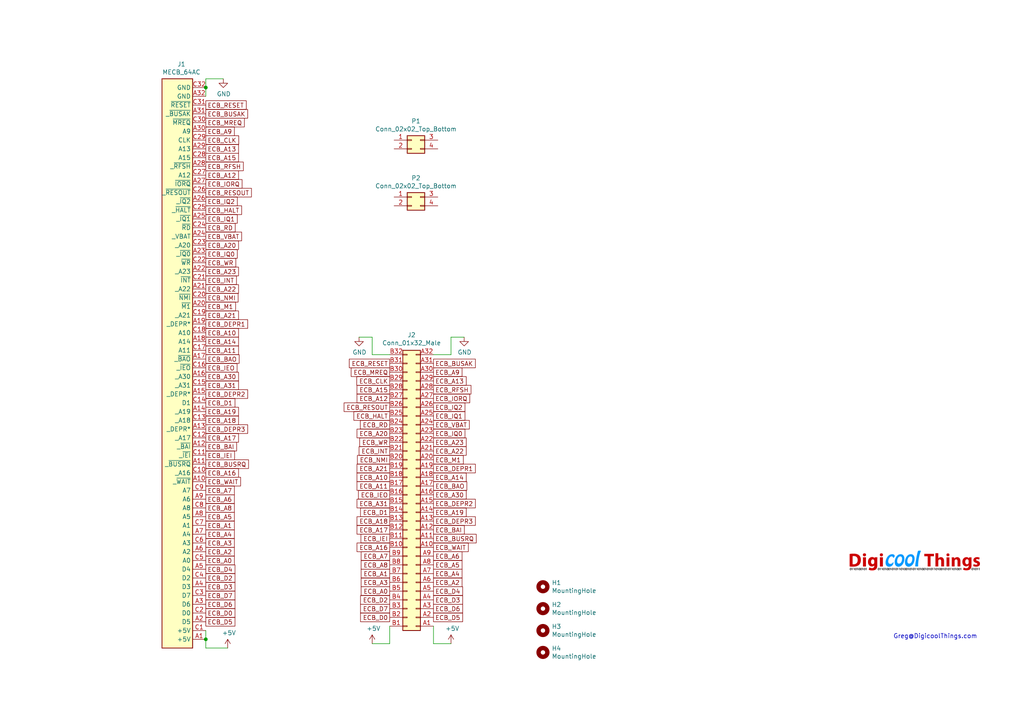
<source format=kicad_sch>
(kicad_sch (version 20230121) (generator eeschema)
  (paper "A4")
  (title_block (title "Minimalist Europe Card Bus (MECB) Prototype Board") (date "2021-10") (rev "1.0") (company "DigicoolThings.com") (comment 2 "For Minimalist Europe Card Bus (MECB). ") (comment 4 "Prototyping Board for Minimalist ECB"))
  (lib_symbols
    (symbol "Connector_Generic:Conn_02x02_Top_Bottom" (pin_names (offset 1.016) hide)
      (property "Reference" "J" (at 1.27 2.54 0))
      (property "Value" "Conn_02x02_Top_Bottom" (at 1.27 -5.08 0))
      (symbol "Conn_02x02_Top_Bottom_1_1"
        (rectangle (start -1.27 -2.413) (end 0 -2.667) (stroke (width 0.1524)))
        (rectangle (start -1.27 0.127) (end 0 -0.127) (stroke (width 0.1524)))
        (rectangle (start -1.27 1.27) (end 3.81 -3.81) (stroke (width 0.254)) (fill (type background)))
        (rectangle (start 3.81 -2.413) (end 2.54 -2.667) (stroke (width 0.1524)))
        (rectangle (start 3.81 0.127) (end 2.54 -0.127) (stroke (width 0.1524)))
        (pin passive line (at -5.08 0 0) (length 3.81) (name "Pin_1") (number "1"))
        (pin passive line (at -5.08 -2.54 0) (length 3.81) (name "Pin_2") (number "2"))
        (pin passive line (at 7.62 0 180) (length 3.81) (name "Pin_3") (number "3"))
        (pin passive line (at 7.62 -2.54 180) (length 3.81) (name "Pin_4") (number "4"))
      )
    )
    (symbol "Mechanical:MountingHole" (pin_names (offset 1.016))
      (property "Reference" "H" (at 0 5.08 0))
      (property "Value" "MountingHole" (at 0 3.175 0))
      (symbol "MountingHole_0_1"
        (circle (center 0 0) (radius 1.27) (stroke (width 1.27)))
      )
    )
    (symbol "MyCustomSymbolLibrary:Conn_02x32_A1_B32" (pin_names (offset 1.016) hide)
      (property "Reference" "J" (at 1.27 40.64 0))
      (property "Value" "Conn_02x32_A1_B32" (at 1.27 -43.18 0))
      (symbol "Conn_02x32_A1_B32_1_1"
        (rectangle (start -1.27 -40.513) (end 0 -40.767) (stroke (width 0.1524)))
        (rectangle (start -1.27 -37.973) (end 0 -38.227) (stroke (width 0.1524)))
        (rectangle (start -1.27 -35.433) (end 0 -35.687) (stroke (width 0.1524)))
        (rectangle (start -1.27 -32.893) (end 0 -33.147) (stroke (width 0.1524)))
        (rectangle (start -1.27 -30.353) (end 0 -30.607) (stroke (width 0.1524)))
        (rectangle (start -1.27 -27.813) (end 0 -28.067) (stroke (width 0.1524)))
        (rectangle (start -1.27 -25.273) (end 0 -25.527) (stroke (width 0.1524)))
        (rectangle (start -1.27 -22.733) (end 0 -22.987) (stroke (width 0.1524)))
        (rectangle (start -1.27 -20.193) (end 0 -20.447) (stroke (width 0.1524)))
        (rectangle (start -1.27 -17.653) (end 0 -17.907) (stroke (width 0.1524)))
        (rectangle (start -1.27 -15.113) (end 0 -15.367) (stroke (width 0.1524)))
        (rectangle (start -1.27 -12.573) (end 0 -12.827) (stroke (width 0.1524)))
        (rectangle (start -1.27 -10.033) (end 0 -10.287) (stroke (width 0.1524)))
        (rectangle (start -1.27 -7.493) (end 0 -7.747) (stroke (width 0.1524)))
        (rectangle (start -1.27 -4.953) (end 0 -5.207) (stroke (width 0.1524)))
        (rectangle (start -1.27 -2.413) (end 0 -2.667) (stroke (width 0.1524)))
        (rectangle (start -1.27 0.127) (end 0 -0.127) (stroke (width 0.1524)))
        (rectangle (start -1.27 2.667) (end 0 2.413) (stroke (width 0.1524)))
        (rectangle (start -1.27 5.207) (end 0 4.953) (stroke (width 0.1524)))
        (rectangle (start -1.27 7.747) (end 0 7.493) (stroke (width 0.1524)))
        (rectangle (start -1.27 10.287) (end 0 10.033) (stroke (width 0.1524)))
        (rectangle (start -1.27 12.827) (end 0 12.573) (stroke (width 0.1524)))
        (rectangle (start -1.27 15.367) (end 0 15.113) (stroke (width 0.1524)))
        (rectangle (start -1.27 17.907) (end 0 17.653) (stroke (width 0.1524)))
        (rectangle (start -1.27 20.447) (end 0 20.193) (stroke (width 0.1524)))
        (rectangle (start -1.27 22.987) (end 0 22.733) (stroke (width 0.1524)))
        (rectangle (start -1.27 25.527) (end 0 25.273) (stroke (width 0.1524)))
        (rectangle (start -1.27 28.067) (end 0 27.813) (stroke (width 0.1524)))
        (rectangle (start -1.27 30.607) (end 0 30.353) (stroke (width 0.1524)))
        (rectangle (start -1.27 33.147) (end 0 32.893) (stroke (width 0.1524)))
        (rectangle (start -1.27 35.687) (end 0 35.433) (stroke (width 0.1524)))
        (rectangle (start -1.27 38.227) (end 0 37.973) (stroke (width 0.1524)))
        (rectangle (start -1.27 39.37) (end 3.81 -41.91) (stroke (width 0.254)) (fill (type background)))
        (rectangle (start 3.81 -40.513) (end 2.54 -40.767) (stroke (width 0.1524)))
        (rectangle (start 3.81 -37.973) (end 2.54 -38.227) (stroke (width 0.1524)))
        (rectangle (start 3.81 -35.433) (end 2.54 -35.687) (stroke (width 0.1524)))
        (rectangle (start 3.81 -32.893) (end 2.54 -33.147) (stroke (width 0.1524)))
        (rectangle (start 3.81 -30.353) (end 2.54 -30.607) (stroke (width 0.1524)))
        (rectangle (start 3.81 -27.813) (end 2.54 -28.067) (stroke (width 0.1524)))
        (rectangle (start 3.81 -25.273) (end 2.54 -25.527) (stroke (width 0.1524)))
        (rectangle (start 3.81 -22.733) (end 2.54 -22.987) (stroke (width 0.1524)))
        (rectangle (start 3.81 -20.193) (end 2.54 -20.447) (stroke (width 0.1524)))
        (rectangle (start 3.81 -17.653) (end 2.54 -17.907) (stroke (width 0.1524)))
        (rectangle (start 3.81 -15.113) (end 2.54 -15.367) (stroke (width 0.1524)))
        (rectangle (start 3.81 -12.573) (end 2.54 -12.827) (stroke (width 0.1524)))
        (rectangle (start 3.81 -10.033) (end 2.54 -10.287) (stroke (width 0.1524)))
        (rectangle (start 3.81 -7.493) (end 2.54 -7.747) (stroke (width 0.1524)))
        (rectangle (start 3.81 -4.953) (end 2.54 -5.207) (stroke (width 0.1524)))
        (rectangle (start 3.81 -2.413) (end 2.54 -2.667) (stroke (width 0.1524)))
        (rectangle (start 3.81 0.127) (end 2.54 -0.127) (stroke (width 0.1524)))
        (rectangle (start 3.81 2.667) (end 2.54 2.413) (stroke (width 0.1524)))
        (rectangle (start 3.81 5.207) (end 2.54 4.953) (stroke (width 0.1524)))
        (rectangle (start 3.81 7.747) (end 2.54 7.493) (stroke (width 0.1524)))
        (rectangle (start 3.81 10.287) (end 2.54 10.033) (stroke (width 0.1524)))
        (rectangle (start 3.81 12.827) (end 2.54 12.573) (stroke (width 0.1524)))
        (rectangle (start 3.81 15.367) (end 2.54 15.113) (stroke (width 0.1524)))
        (rectangle (start 3.81 17.907) (end 2.54 17.653) (stroke (width 0.1524)))
        (rectangle (start 3.81 20.447) (end 2.54 20.193) (stroke (width 0.1524)))
        (rectangle (start 3.81 22.987) (end 2.54 22.733) (stroke (width 0.1524)))
        (rectangle (start 3.81 25.527) (end 2.54 25.273) (stroke (width 0.1524)))
        (rectangle (start 3.81 28.067) (end 2.54 27.813) (stroke (width 0.1524)))
        (rectangle (start 3.81 30.607) (end 2.54 30.353) (stroke (width 0.1524)))
        (rectangle (start 3.81 33.147) (end 2.54 32.893) (stroke (width 0.1524)))
        (rectangle (start 3.81 35.687) (end 2.54 35.433) (stroke (width 0.1524)))
        (rectangle (start 3.81 38.227) (end 2.54 37.973) (stroke (width 0.1524)))
        (pin passive line (at -5.08 38.1 0) (length 3.81) (name "A1") (number "A1"))
        (pin passive line (at -5.08 15.24 0) (length 3.81) (name "A10") (number "A10"))
        (pin passive line (at -5.08 12.7 0) (length 3.81) (name "A11") (number "A11"))
        (pin passive line (at -5.08 10.16 0) (length 3.81) (name "A12") (number "A12"))
        (pin passive line (at -5.08 7.62 0) (length 3.81) (name "A13") (number "A13"))
        (pin passive line (at -5.08 5.08 0) (length 3.81) (name "A14") (number "A14"))
        (pin passive line (at -5.08 2.54 0) (length 3.81) (name "A15") (number "A15"))
        (pin passive line (at -5.08 0 0) (length 3.81) (name "A16") (number "A16"))
        (pin passive line (at -5.08 -2.54 0) (length 3.81) (name "A17") (number "A17"))
        (pin passive line (at -5.08 -5.08 0) (length 3.81) (name "A18") (number "A18"))
        (pin passive line (at -5.08 -7.62 0) (length 3.81) (name "A19") (number "A19"))
        (pin passive line (at -5.08 35.56 0) (length 3.81) (name "A2") (number "A2"))
        (pin passive line (at -5.08 -10.16 0) (length 3.81) (name "A20") (number "A20"))
        (pin passive line (at -5.08 -12.7 0) (length 3.81) (name "A21") (number "A21"))
        (pin passive line (at -5.08 -15.24 0) (length 3.81) (name "A22") (number "A22"))
        (pin passive line (at -5.08 -17.78 0) (length 3.81) (name "A23") (number "A23"))
        (pin passive line (at -5.08 -20.32 0) (length 3.81) (name "A24") (number "A24"))
        (pin passive line (at -5.08 -22.86 0) (length 3.81) (name "A25") (number "A25"))
        (pin passive line (at -5.08 -25.4 0) (length 3.81) (name "A26") (number "A26"))
        (pin passive line (at -5.08 -27.94 0) (length 3.81) (name "A27") (number "A27"))
        (pin passive line (at -5.08 -30.48 0) (length 3.81) (name "A28") (number "A28"))
        (pin passive line (at -5.08 -33.02 0) (length 3.81) (name "A29") (number "A29"))
        (pin passive line (at -5.08 33.02 0) (length 3.81) (name "A3") (number "A3"))
        (pin passive line (at -5.08 -35.56 0) (length 3.81) (name "A30") (number "A30"))
        (pin passive line (at -5.08 -38.1 0) (length 3.81) (name "A31") (number "A31"))
        (pin passive line (at -5.08 -40.64 0) (length 3.81) (name "A32") (number "A32"))
        (pin passive line (at -5.08 30.48 0) (length 3.81) (name "A4") (number "A4"))
        (pin passive line (at -5.08 27.94 0) (length 3.81) (name "A5") (number "A5"))
        (pin passive line (at -5.08 25.4 0) (length 3.81) (name "A6") (number "A6"))
        (pin passive line (at -5.08 22.86 0) (length 3.81) (name "A7") (number "A7"))
        (pin passive line (at -5.08 20.32 0) (length 3.81) (name "A8") (number "A8"))
        (pin passive line (at -5.08 17.78 0) (length 3.81) (name "A9") (number "A9"))
        (pin passive line (at 7.62 38.1 180) (length 3.81) (name "B1") (number "B1"))
        (pin passive line (at 7.62 15.24 180) (length 3.81) (name "B10") (number "B10"))
        (pin passive line (at 7.62 12.7 180) (length 3.81) (name "B11") (number "B11"))
        (pin passive line (at 7.62 10.16 180) (length 3.81) (name "B12") (number "B12"))
        (pin passive line (at 7.62 7.62 180) (length 3.81) (name "B13") (number "B13"))
        (pin passive line (at 7.62 5.08 180) (length 3.81) (name "B14") (number "B14"))
        (pin passive line (at 7.62 2.54 180) (length 3.81) (name "B15") (number "B15"))
        (pin passive line (at 7.62 0 180) (length 3.81) (name "B16") (number "B16"))
        (pin passive line (at 7.62 -2.54 180) (length 3.81) (name "B17") (number "B17"))
        (pin passive line (at 7.62 -5.08 180) (length 3.81) (name "B18") (number "B18"))
        (pin passive line (at 7.62 -7.62 180) (length 3.81) (name "B19") (number "B19"))
        (pin passive line (at 7.62 35.56 180) (length 3.81) (name "B2") (number "B2"))
        (pin passive line (at 7.62 -10.16 180) (length 3.81) (name "B20") (number "B20"))
        (pin passive line (at 7.62 -12.7 180) (length 3.81) (name "B21") (number "B21"))
        (pin passive line (at 7.62 -15.24 180) (length 3.81) (name "B22") (number "B22"))
        (pin passive line (at 7.62 -17.78 180) (length 3.81) (name "B23") (number "B23"))
        (pin passive line (at 7.62 -20.32 180) (length 3.81) (name "B24") (number "B24"))
        (pin passive line (at 7.62 -22.86 180) (length 3.81) (name "B25") (number "B25"))
        (pin passive line (at 7.62 -25.4 180) (length 3.81) (name "B26") (number "B26"))
        (pin passive line (at 7.62 -27.94 180) (length 3.81) (name "B27") (number "B27"))
        (pin passive line (at 7.62 -30.48 180) (length 3.81) (name "B28") (number "B28"))
        (pin passive line (at 7.62 -33.02 180) (length 3.81) (name "B29") (number "B29"))
        (pin passive line (at 7.62 33.02 180) (length 3.81) (name "B3") (number "B3"))
        (pin passive line (at 7.62 -35.56 180) (length 3.81) (name "B30") (number "B30"))
        (pin passive line (at 7.62 -38.1 180) (length 3.81) (name "B31") (number "B31"))
        (pin passive line (at 7.62 -40.64 180) (length 3.81) (name "B32") (number "B32"))
        (pin passive line (at 7.62 30.48 180) (length 3.81) (name "B4") (number "B4"))
        (pin passive line (at 7.62 27.94 180) (length 3.81) (name "B5") (number "B5"))
        (pin passive line (at 7.62 25.4 180) (length 3.81) (name "B6") (number "B6"))
        (pin passive line (at 7.62 22.86 180) (length 3.81) (name "B7") (number "B7"))
        (pin passive line (at 7.62 20.32 180) (length 3.81) (name "B8") (number "B8"))
        (pin passive line (at 7.62 17.78 180) (length 3.81) (name "B9") (number "B9"))
      )
    )
    (symbol "MyCustomSymbolLibrary:MECB_64AC"
      (property "Reference" "J" (at 0 85.09 0))
      (property "Value" "MECB_64AC" (at 6.35 1.27 90))
      (symbol "MECB_64AC_0_1"
        (rectangle (start -3.81 -81.28) (end 5.08 83.82) (stroke (width 0.254)) (fill (type background)))
      )
      (symbol "MECB_64AC_1_1"
        (pin power_out line (at -7.62 81.28 0) (length 3.81) (name "+5V") (number "A1"))
        (pin passive line (at -7.62 35.56 0) (length 3.81) (name "_~{WAIT}") (number "A10"))
        (pin passive line (at -7.62 30.48 0) (length 3.81) (name "_~{BUSRQ}") (number "A11"))
        (pin passive line (at -7.62 25.4 0) (length 3.81) (name "_~{BAI}") (number "A12"))
        (pin passive line (at -7.62 20.32 0) (length 3.81) (name "_DEPR*") (number "A13"))
        (pin passive line (at -7.62 15.24 0) (length 3.81) (name "_A19") (number "A14"))
        (pin passive line (at -7.62 10.16 0) (length 3.81) (name "_DEPR*") (number "A15"))
        (pin passive line (at -7.62 5.08 0) (length 3.81) (name "_A30") (number "A16"))
        (pin passive line (at -7.62 0 0) (length 3.81) (name "_~{BAO}") (number "A17"))
        (pin passive line (at -7.62 -5.08 0) (length 3.81) (name "A14") (number "A18"))
        (pin passive line (at -7.62 -10.16 0) (length 3.81) (name "_DEPR*") (number "A19"))
        (pin bidirectional line (at -7.62 76.2 0) (length 3.81) (name "D5") (number "A2"))
        (pin passive line (at -7.62 -15.24 0) (length 3.81) (name "~{M1}") (number "A20"))
        (pin passive line (at -7.62 -20.32 0) (length 3.81) (name "_A22") (number "A21"))
        (pin passive line (at -7.62 -25.4 0) (length 3.81) (name "_A23") (number "A22"))
        (pin passive line (at -7.62 -30.48 0) (length 3.81) (name "_~{IQ0}") (number "A23"))
        (pin passive line (at -7.62 -35.56 0) (length 3.81) (name "_VBAT") (number "A24"))
        (pin passive line (at -7.62 -40.64 0) (length 3.81) (name "_~{IQ1}") (number "A25"))
        (pin passive line (at -7.62 -45.72 0) (length 3.81) (name "_~{IQ2}") (number "A26"))
        (pin passive line (at -7.62 -50.8 0) (length 3.81) (name "~{IORQ}") (number "A27"))
        (pin passive line (at -7.62 -55.88 0) (length 3.81) (name "_~{RFSH}") (number "A28"))
        (pin passive line (at -7.62 -60.96 0) (length 3.81) (name "A13") (number "A29"))
        (pin bidirectional line (at -7.62 71.12 0) (length 3.81) (name "D6") (number "A3"))
        (pin passive line (at -7.62 -66.04 0) (length 3.81) (name "A9") (number "A30"))
        (pin passive line (at -7.62 -71.12 0) (length 3.81) (name "_~{BUSAK}") (number "A31"))
        (pin power_out line (at -7.62 -76.2 0) (length 3.81) (name "GND") (number "A32"))
        (pin bidirectional line (at -7.62 66.04 0) (length 3.81) (name "D3") (number "A4"))
        (pin bidirectional line (at -7.62 60.96 0) (length 3.81) (name "D4") (number "A5"))
        (pin passive line (at -7.62 55.88 0) (length 3.81) (name "A2") (number "A6"))
        (pin passive line (at -7.62 50.8 0) (length 3.81) (name "A4") (number "A7"))
        (pin passive line (at -7.62 45.72 0) (length 3.81) (name "A5") (number "A8"))
        (pin passive line (at -7.62 40.64 0) (length 3.81) (name "A6") (number "A9"))
        (pin power_out line (at -7.62 78.74 0) (length 3.81) (name "+5V") (number "C1"))
        (pin passive line (at -7.62 33.02 0) (length 3.81) (name "_A16") (number "C10"))
        (pin passive line (at -7.62 27.94 0) (length 3.81) (name "_~{IEI}") (number "C11"))
        (pin passive line (at -7.62 22.86 0) (length 3.81) (name "_A17") (number "C12"))
        (pin passive line (at -7.62 17.78 0) (length 3.81) (name "_A18") (number "C13"))
        (pin bidirectional line (at -7.62 12.7 0) (length 3.81) (name "D1") (number "C14"))
        (pin passive line (at -7.62 7.62 0) (length 3.81) (name "_A31") (number "C15"))
        (pin passive line (at -7.62 2.54 0) (length 3.81) (name "_~{IEO}") (number "C16"))
        (pin passive line (at -7.62 -2.54 0) (length 3.81) (name "A11") (number "C17"))
        (pin passive line (at -7.62 -7.62 0) (length 3.81) (name "A10") (number "C18"))
        (pin passive line (at -7.62 -12.7 0) (length 3.81) (name "_A21") (number "C19"))
        (pin bidirectional line (at -7.62 73.66 0) (length 3.81) (name "D0") (number "C2"))
        (pin passive line (at -7.62 -17.78 0) (length 3.81) (name "~{NMI}") (number "C20"))
        (pin passive line (at -7.62 -22.86 0) (length 3.81) (name "~{INT}") (number "C21"))
        (pin passive line (at -7.62 -27.94 0) (length 3.81) (name "~{WR}") (number "C22"))
        (pin passive line (at -7.62 -33.02 0) (length 3.81) (name "_A20") (number "C23"))
        (pin passive line (at -7.62 -38.1 0) (length 3.81) (name "~{RD}") (number "C24"))
        (pin passive line (at -7.62 -43.18 0) (length 3.81) (name "_~{HALT}") (number "C25"))
        (pin passive line (at -7.62 -48.26 0) (length 3.81) (name "_~{RESOUT}") (number "C26"))
        (pin passive line (at -7.62 -53.34 0) (length 3.81) (name "A12") (number "C27"))
        (pin passive line (at -7.62 -58.42 0) (length 3.81) (name "A15") (number "C28"))
        (pin passive line (at -7.62 -63.5 0) (length 3.81) (name "CLK") (number "C29"))
        (pin bidirectional line (at -7.62 68.58 0) (length 3.81) (name "D7") (number "C3"))
        (pin passive line (at -7.62 -68.58 0) (length 3.81) (name "~{MREQ}") (number "C30"))
        (pin passive line (at -7.62 -73.66 0) (length 3.81) (name "~{RESET}") (number "C31"))
        (pin power_out line (at -7.62 -78.74 0) (length 3.81) (name "GND") (number "C32"))
        (pin bidirectional line (at -7.62 63.5 0) (length 3.81) (name "D2") (number "C4"))
        (pin passive line (at -7.62 58.42 0) (length 3.81) (name "A0") (number "C5"))
        (pin passive line (at -7.62 53.34 0) (length 3.81) (name "A3") (number "C6"))
        (pin passive line (at -7.62 48.26 0) (length 3.81) (name "A1") (number "C7"))
        (pin passive line (at -7.62 43.18 0) (length 3.81) (name "A8") (number "C8"))
        (pin passive line (at -7.62 38.1 0) (length 3.81) (name "A7") (number "C9"))
      )
    )
    (symbol "power:+5V" (power) (pin_names (offset 0))
      (property "Value" "+5V" (at 0 3.556 0))
      (symbol "+5V_0_1"
        (polyline (pts (xy -0.762 1.27) (xy 0 2.54)))
        (polyline (pts (xy 0 0) (xy 0 2.54)))
        (polyline (pts (xy 0 2.54) (xy 0.762 1.27)))
      )
      (symbol "+5V_1_1"
        (pin power_in line (at 0 0 90) (length 0) hide (name "+5V") (number "1"))
      )
    )
    (symbol "power:GND" (power) (pin_names (offset 0))
      (property "Value" "GND" (at 0 -3.81 0))
      (symbol "GND_0_1"
        (polyline (pts (xy 0 0) (xy 0 -1.27) (xy 1.27 -1.27) (xy 0 -2.54) (xy -1.27 -1.27) (xy 0 -1.27)))
      )
      (symbol "GND_1_1"
        (pin power_in line (at 0 0 270) (length 0) hide (name "GND") (number "1"))
      )
    )
  )
  (junction (at 59.69 25.4))
  (junction (at 59.69 185.42))
  (wire (pts (xy 113.03 102.87) (xy 107.95 102.87)))
  (wire (pts (xy 107.95 97.79) (xy 107.95 102.87)))
  (wire (pts (xy 107.95 97.79) (xy 104.14 97.79)))
  (wire (pts (xy 113.03 186.69) (xy 107.95 186.69)))
  (wire (pts (xy 125.73 102.87) (xy 130.81 102.87)))
  (wire (pts (xy 125.73 181.61) (xy 125.73 186.69)))
  (wire (pts (xy 59.69 25.4) (xy 59.69 27.94)))
  (wire (pts (xy 59.69 187.96) (xy 66.04 187.96)))
  (wire (pts (xy 130.81 97.79) (xy 134.62 97.79)))
  (wire (pts (xy 59.69 185.42) (xy 59.69 182.88)))
  (wire (pts (xy 130.81 97.79) (xy 130.81 102.87)))
  (wire (pts (xy 125.73 186.69) (xy 130.81 186.69)))
  (wire (pts (xy 59.69 22.86) (xy 59.69 25.4)))
  (wire (pts (xy 113.03 181.61) (xy 113.03 186.69)))
  (wire (pts (xy 64.77 22.86) (xy 59.69 22.86)))
  (wire (pts (xy 59.69 187.96) (xy 59.69 185.42)))
  (image (at 265.43 162.56))
  (text "Greg@DigicoolThings.com" (at 259.08 185.42 0) (effects (font (size 1.27 1.27)) (justify left bottom)))
  (global_label "ECB_DEPR2" (shape passive) (at 125.73 146.05 0) (property "Intersheetrefs" "${INTERSHEET_REFS}" (effects hide)))
  (global_label "ECB_A3" (shape passive) (at 59.69 157.48 0) (property "Intersheetrefs" "${INTERSHEET_REFS}" (effects hide)))
  (global_label "ECB_A4" (shape passive) (at 59.69 154.94 0) (property "Intersheetrefs" "${INTERSHEET_REFS}" (effects hide)))
  (global_label "ECB_D1" (shape passive) (at 113.03 148.59 180) (property "Intersheetrefs" "${INTERSHEET_REFS}" (effects hide)))
  (global_label "ECB_A17" (shape passive) (at 59.69 127 0) (property "Intersheetrefs" "${INTERSHEET_REFS}" (effects hide)))
  (global_label "ECB_D0" (shape passive) (at 59.69 177.8 0) (property "Intersheetrefs" "${INTERSHEET_REFS}" (effects hide)))
  (global_label "ECB_BUSAK" (shape passive) (at 59.69 33.02 0) (property "Intersheetrefs" "${INTERSHEET_REFS}" (effects hide)))
  (global_label "ECB_A6" (shape passive) (at 59.69 144.78 0) (property "Intersheetrefs" "${INTERSHEET_REFS}" (effects hide)))
  (global_label "ECB_A0" (shape passive) (at 113.03 171.45 180) (property "Intersheetrefs" "${INTERSHEET_REFS}" (effects hide)))
  (global_label "ECB_A15" (shape passive) (at 59.69 45.72 0) (property "Intersheetrefs" "${INTERSHEET_REFS}" (effects hide)))
  (global_label "ECB_RESET" (shape passive) (at 59.69 30.48 0) (property "Intersheetrefs" "${INTERSHEET_REFS}" (effects hide)))
  (global_label "ECB_A22" (shape passive) (at 125.73 130.81 0) (property "Intersheetrefs" "${INTERSHEET_REFS}" (effects hide)))
  (global_label "ECB_A20" (shape passive) (at 59.69 71.12 0) (property "Intersheetrefs" "${INTERSHEET_REFS}" (effects hide)))
  (global_label "ECB_A21" (shape passive) (at 59.69 91.44 0) (property "Intersheetrefs" "${INTERSHEET_REFS}" (effects hide)))
  (global_label "ECB_A19" (shape passive) (at 125.73 148.59 0) (property "Intersheetrefs" "${INTERSHEET_REFS}" (effects hide)))
  (global_label "ECB_RD" (shape passive) (at 59.69 66.04 0) (property "Intersheetrefs" "${INTERSHEET_REFS}" (effects hide)))
  (global_label "ECB_M1" (shape passive) (at 59.69 88.9 0) (property "Intersheetrefs" "${INTERSHEET_REFS}" (effects hide)))
  (global_label "ECB_WAIT" (shape passive) (at 125.73 158.75 0) (property "Intersheetrefs" "${INTERSHEET_REFS}" (effects hide)))
  (global_label "ECB_CLK" (shape passive) (at 59.69 40.64 0) (property "Intersheetrefs" "${INTERSHEET_REFS}" (effects hide)))
  (global_label "ECB_INT" (shape passive) (at 113.03 130.81 180) (property "Intersheetrefs" "${INTERSHEET_REFS}" (effects hide)))
  (global_label "ECB_VBAT" (shape passive) (at 59.69 68.58 0) (property "Intersheetrefs" "${INTERSHEET_REFS}" (effects hide)))
  (global_label "ECB_DEPR1" (shape passive) (at 125.73 135.89 0) (property "Intersheetrefs" "${INTERSHEET_REFS}" (effects hide)))
  (global_label "ECB_A20" (shape passive) (at 113.03 125.73 180) (property "Intersheetrefs" "${INTERSHEET_REFS}" (effects hide)))
  (global_label "ECB_BAO" (shape passive) (at 59.69 104.14 0) (property "Intersheetrefs" "${INTERSHEET_REFS}" (effects hide)))
  (global_label "ECB_D6" (shape passive) (at 59.69 175.26 0) (property "Intersheetrefs" "${INTERSHEET_REFS}" (effects hide)))
  (global_label "ECB_HALT" (shape passive) (at 59.69 60.96 0) (property "Intersheetrefs" "${INTERSHEET_REFS}" (effects hide)))
  (global_label "ECB_A7" (shape passive) (at 59.69 142.24 0) (property "Intersheetrefs" "${INTERSHEET_REFS}" (effects hide)))
  (global_label "ECB_NMI" (shape passive) (at 113.03 133.35 180) (property "Intersheetrefs" "${INTERSHEET_REFS}" (effects hide)))
  (global_label "ECB_IQ0" (shape passive) (at 125.73 125.73 0) (property "Intersheetrefs" "${INTERSHEET_REFS}" (effects hide)))
  (global_label "ECB_A19" (shape passive) (at 59.69 119.38 0) (property "Intersheetrefs" "${INTERSHEET_REFS}" (effects hide)))
  (global_label "ECB_D5" (shape passive) (at 125.73 179.07 0) (property "Intersheetrefs" "${INTERSHEET_REFS}" (effects hide)))
  (global_label "ECB_A10" (shape passive) (at 113.03 138.43 180) (property "Intersheetrefs" "${INTERSHEET_REFS}" (effects hide)))
  (global_label "ECB_DEPR1" (shape passive) (at 59.69 93.98 0) (property "Intersheetrefs" "${INTERSHEET_REFS}" (effects hide)))
  (global_label "ECB_DEPR3" (shape passive) (at 59.69 124.46 0) (property "Intersheetrefs" "${INTERSHEET_REFS}" (effects hide)))
  (global_label "ECB_IORQ" (shape passive) (at 59.69 53.34 0) (property "Intersheetrefs" "${INTERSHEET_REFS}" (effects hide)))
  (global_label "ECB_A30" (shape passive) (at 59.69 109.22 0) (property "Intersheetrefs" "${INTERSHEET_REFS}" (effects hide)))
  (global_label "ECB_WR" (shape passive) (at 59.69 76.2 0) (property "Intersheetrefs" "${INTERSHEET_REFS}" (effects hide)))
  (global_label "ECB_D4" (shape passive) (at 59.69 165.1 0) (property "Intersheetrefs" "${INTERSHEET_REFS}" (effects hide)))
  (global_label "ECB_IEI" (shape passive) (at 59.69 132.08 0) (property "Intersheetrefs" "${INTERSHEET_REFS}" (effects hide)))
  (global_label "ECB_A12" (shape passive) (at 59.69 50.8 0) (property "Intersheetrefs" "${INTERSHEET_REFS}" (effects hide)))
  (global_label "ECB_D4" (shape passive) (at 125.73 171.45 0) (property "Intersheetrefs" "${INTERSHEET_REFS}" (effects hide)))
  (global_label "ECB_D3" (shape passive) (at 59.69 170.18 0) (property "Intersheetrefs" "${INTERSHEET_REFS}" (effects hide)))
  (global_label "ECB_D2" (shape passive) (at 59.69 167.64 0) (property "Intersheetrefs" "${INTERSHEET_REFS}" (effects hide)))
  (global_label "ECB_WR" (shape passive) (at 113.03 128.27 180) (property "Intersheetrefs" "${INTERSHEET_REFS}" (effects hide)))
  (global_label "ECB_A21" (shape passive) (at 113.03 135.89 180) (property "Intersheetrefs" "${INTERSHEET_REFS}" (effects hide)))
  (global_label "ECB_A3" (shape passive) (at 113.03 168.91 180) (property "Intersheetrefs" "${INTERSHEET_REFS}" (effects hide)))
  (global_label "ECB_INT" (shape passive) (at 59.69 81.28 0) (property "Intersheetrefs" "${INTERSHEET_REFS}" (effects hide)))
  (global_label "ECB_A6" (shape passive) (at 125.73 161.29 0) (property "Intersheetrefs" "${INTERSHEET_REFS}" (effects hide)))
  (global_label "ECB_D6" (shape passive) (at 125.73 176.53 0) (property "Intersheetrefs" "${INTERSHEET_REFS}" (effects hide)))
  (global_label "ECB_A14" (shape passive) (at 59.69 99.06 0) (property "Intersheetrefs" "${INTERSHEET_REFS}" (effects hide)))
  (global_label "ECB_BUSRQ" (shape passive) (at 125.73 156.21 0) (property "Intersheetrefs" "${INTERSHEET_REFS}" (effects hide)))
  (global_label "ECB_A31" (shape passive) (at 113.03 146.05 180) (property "Intersheetrefs" "${INTERSHEET_REFS}" (effects hide)))
  (global_label "ECB_A9" (shape passive) (at 125.73 107.95 0) (property "Intersheetrefs" "${INTERSHEET_REFS}" (effects hide)))
  (global_label "ECB_RESOUT" (shape passive) (at 59.69 55.88 0) (property "Intersheetrefs" "${INTERSHEET_REFS}" (effects hide)))
  (global_label "ECB_HALT" (shape passive) (at 113.03 120.65 180) (property "Intersheetrefs" "${INTERSHEET_REFS}" (effects hide)))
  (global_label "ECB_A23" (shape passive) (at 125.73 128.27 0) (property "Intersheetrefs" "${INTERSHEET_REFS}" (effects hide)))
  (global_label "ECB_D3" (shape passive) (at 125.73 173.99 0) (property "Intersheetrefs" "${INTERSHEET_REFS}" (effects hide)))
  (global_label "ECB_IORQ" (shape passive) (at 125.73 115.57 0) (property "Intersheetrefs" "${INTERSHEET_REFS}" (effects hide)))
  (global_label "ECB_A11" (shape passive) (at 113.03 140.97 180) (property "Intersheetrefs" "${INTERSHEET_REFS}" (effects hide)))
  (global_label "ECB_IQ2" (shape passive) (at 125.73 118.11 0) (property "Intersheetrefs" "${INTERSHEET_REFS}" (effects hide)))
  (global_label "ECB_DEPR3" (shape passive) (at 125.73 151.13 0) (property "Intersheetrefs" "${INTERSHEET_REFS}" (effects hide)))
  (global_label "ECB_D5" (shape passive) (at 59.69 180.34 0) (property "Intersheetrefs" "${INTERSHEET_REFS}" (effects hide)))
  (global_label "ECB_A31" (shape passive) (at 59.69 111.76 0) (property "Intersheetrefs" "${INTERSHEET_REFS}" (effects hide)))
  (global_label "ECB_BAI" (shape passive) (at 125.73 153.67 0) (property "Intersheetrefs" "${INTERSHEET_REFS}" (effects hide)))
  (global_label "ECB_IQ1" (shape passive) (at 125.73 120.65 0) (property "Intersheetrefs" "${INTERSHEET_REFS}" (effects hide)))
  (global_label "ECB_A30" (shape passive) (at 125.73 143.51 0) (property "Intersheetrefs" "${INTERSHEET_REFS}" (effects hide)))
  (global_label "ECB_A14" (shape passive) (at 125.73 138.43 0) (property "Intersheetrefs" "${INTERSHEET_REFS}" (effects hide)))
  (global_label "ECB_A15" (shape passive) (at 113.03 113.03 180) (property "Intersheetrefs" "${INTERSHEET_REFS}" (effects hide)))
  (global_label "ECB_A17" (shape passive) (at 113.03 153.67 180) (property "Intersheetrefs" "${INTERSHEET_REFS}" (effects hide)))
  (global_label "ECB_A7" (shape passive) (at 113.03 161.29 180) (property "Intersheetrefs" "${INTERSHEET_REFS}" (effects hide)))
  (global_label "ECB_D1" (shape passive) (at 59.69 116.84 0) (property "Intersheetrefs" "${INTERSHEET_REFS}" (effects hide)))
  (global_label "ECB_A9" (shape passive) (at 59.69 38.1 0) (property "Intersheetrefs" "${INTERSHEET_REFS}" (effects hide)))
  (global_label "ECB_A23" (shape passive) (at 59.69 78.74 0) (property "Intersheetrefs" "${INTERSHEET_REFS}" (effects hide)))
  (global_label "ECB_BUSRQ" (shape passive) (at 59.69 134.62 0) (property "Intersheetrefs" "${INTERSHEET_REFS}" (effects hide)))
  (global_label "ECB_A18" (shape passive) (at 113.03 151.13 180) (property "Intersheetrefs" "${INTERSHEET_REFS}" (effects hide)))
  (global_label "ECB_A12" (shape passive) (at 113.03 115.57 180) (property "Intersheetrefs" "${INTERSHEET_REFS}" (effects hide)))
  (global_label "ECB_IQ1" (shape passive) (at 59.69 63.5 0) (property "Intersheetrefs" "${INTERSHEET_REFS}" (effects hide)))
  (global_label "ECB_A1" (shape passive) (at 113.03 166.37 180) (property "Intersheetrefs" "${INTERSHEET_REFS}" (effects hide)))
  (global_label "ECB_IEI" (shape passive) (at 113.03 156.21 180) (property "Intersheetrefs" "${INTERSHEET_REFS}" (effects hide)))
  (global_label "ECB_WAIT" (shape passive) (at 59.69 139.7 0) (property "Intersheetrefs" "${INTERSHEET_REFS}" (effects hide)))
  (global_label "ECB_RESET" (shape passive) (at 113.03 105.41 180) (property "Intersheetrefs" "${INTERSHEET_REFS}" (effects hide)))
  (global_label "ECB_BAO" (shape passive) (at 125.73 140.97 0) (property "Intersheetrefs" "${INTERSHEET_REFS}" (effects hide)))
  (global_label "ECB_A10" (shape passive) (at 59.69 96.52 0) (property "Intersheetrefs" "${INTERSHEET_REFS}" (effects hide)))
  (global_label "ECB_IQ2" (shape passive) (at 59.69 58.42 0) (property "Intersheetrefs" "${INTERSHEET_REFS}" (effects hide)))
  (global_label "ECB_D7" (shape passive) (at 59.69 172.72 0) (property "Intersheetrefs" "${INTERSHEET_REFS}" (effects hide)))
  (global_label "ECB_RESOUT" (shape passive) (at 113.03 118.11 180) (property "Intersheetrefs" "${INTERSHEET_REFS}" (effects hide)))
  (global_label "ECB_A5" (shape passive) (at 59.69 149.86 0) (property "Intersheetrefs" "${INTERSHEET_REFS}" (effects hide)))
  (global_label "ECB_IQ0" (shape passive) (at 59.69 73.66 0) (property "Intersheetrefs" "${INTERSHEET_REFS}" (effects hide)))
  (global_label "ECB_D2" (shape passive) (at 113.03 173.99 180) (property "Intersheetrefs" "${INTERSHEET_REFS}" (effects hide)))
  (global_label "ECB_D7" (shape passive) (at 113.03 176.53 180) (property "Intersheetrefs" "${INTERSHEET_REFS}" (effects hide)))
  (global_label "ECB_DEPR2" (shape passive) (at 59.69 114.3 0) (property "Intersheetrefs" "${INTERSHEET_REFS}" (effects hide)))
  (global_label "ECB_BAI" (shape passive) (at 59.69 129.54 0) (property "Intersheetrefs" "${INTERSHEET_REFS}" (effects hide)))
  (global_label "ECB_A2" (shape passive) (at 125.73 168.91 0) (property "Intersheetrefs" "${INTERSHEET_REFS}" (effects hide)))
  (global_label "ECB_RD" (shape passive) (at 113.03 123.19 180) (property "Intersheetrefs" "${INTERSHEET_REFS}" (effects hide)))
  (global_label "ECB_A11" (shape passive) (at 59.69 101.6 0) (property "Intersheetrefs" "${INTERSHEET_REFS}" (effects hide)))
  (global_label "ECB_BUSAK" (shape passive) (at 125.73 105.41 0) (property "Intersheetrefs" "${INTERSHEET_REFS}" (effects hide)))
  (global_label "ECB_RFSH" (shape passive) (at 125.73 113.03 0) (property "Intersheetrefs" "${INTERSHEET_REFS}" (effects hide)))
  (global_label "ECB_A1" (shape passive) (at 59.69 152.4 0) (property "Intersheetrefs" "${INTERSHEET_REFS}" (effects hide)))
  (global_label "ECB_MREQ" (shape passive) (at 113.03 107.95 180) (property "Intersheetrefs" "${INTERSHEET_REFS}" (effects hide)))
  (global_label "ECB_A0" (shape passive) (at 59.69 162.56 0) (property "Intersheetrefs" "${INTERSHEET_REFS}" (effects hide)))
  (global_label "ECB_A8" (shape passive) (at 59.69 147.32 0) (property "Intersheetrefs" "${INTERSHEET_REFS}" (effects hide)))
  (global_label "ECB_IEO" (shape passive) (at 113.03 143.51 180) (property "Intersheetrefs" "${INTERSHEET_REFS}" (effects hide)))
  (global_label "ECB_A16" (shape passive) (at 59.69 137.16 0) (property "Intersheetrefs" "${INTERSHEET_REFS}" (effects hide)))
  (global_label "ECB_A5" (shape passive) (at 125.73 163.83 0) (property "Intersheetrefs" "${INTERSHEET_REFS}" (effects hide)))
  (global_label "ECB_A22" (shape passive) (at 59.69 83.82 0) (property "Intersheetrefs" "${INTERSHEET_REFS}" (effects hide)))
  (global_label "ECB_A8" (shape passive) (at 113.03 163.83 180) (property "Intersheetrefs" "${INTERSHEET_REFS}" (effects hide)))
  (global_label "ECB_NMI" (shape passive) (at 59.69 86.36 0) (property "Intersheetrefs" "${INTERSHEET_REFS}" (effects hide)))
  (global_label "ECB_A16" (shape passive) (at 113.03 158.75 180) (property "Intersheetrefs" "${INTERSHEET_REFS}" (effects hide)))
  (global_label "ECB_D0" (shape passive) (at 113.03 179.07 180) (property "Intersheetrefs" "${INTERSHEET_REFS}" (effects hide)))
  (global_label "ECB_IEO" (shape passive) (at 59.69 106.68 0) (property "Intersheetrefs" "${INTERSHEET_REFS}" (effects hide)))
  (global_label "ECB_A18" (shape passive) (at 59.69 121.92 0) (property "Intersheetrefs" "${INTERSHEET_REFS}" (effects hide)))
  (global_label "ECB_CLK" (shape passive) (at 113.03 110.49 180) (property "Intersheetrefs" "${INTERSHEET_REFS}" (effects hide)))
  (global_label "ECB_A13" (shape passive) (at 125.73 110.49 0) (property "Intersheetrefs" "${INTERSHEET_REFS}" (effects hide)))
  (global_label "ECB_M1" (shape passive) (at 125.73 133.35 0) (property "Intersheetrefs" "${INTERSHEET_REFS}" (effects hide)))
  (global_label "ECB_A13" (shape passive) (at 59.69 43.18 0) (property "Intersheetrefs" "${INTERSHEET_REFS}" (effects hide)))
  (global_label "ECB_MREQ" (shape passive) (at 59.69 35.56 0) (property "Intersheetrefs" "${INTERSHEET_REFS}" (effects hide)))
  (global_label "ECB_RFSH" (shape passive) (at 59.69 48.26 0) (property "Intersheetrefs" "${INTERSHEET_REFS}" (effects hide)))
  (global_label "ECB_A2" (shape passive) (at 59.69 160.02 0) (property "Intersheetrefs" "${INTERSHEET_REFS}" (effects hide)))
  (global_label "ECB_VBAT" (shape passive) (at 125.73 123.19 0) (property "Intersheetrefs" "${INTERSHEET_REFS}" (effects hide)))
  (global_label "ECB_A4" (shape passive) (at 125.73 166.37 0) (property "Intersheetrefs" "${INTERSHEET_REFS}" (effects hide)))
  (symbol (lib_id "MyCustomSymbolLibrary:MECB_64AC") (at 52.07 104.14 180) (unit 1)
    (property "Reference" "J1" (at 52.6288 18.6182 0))
    (property "Value" "MECB_64AC" (at 52.6288 20.9296 0))
    (property "Footprint" "MyCustomFootprintLibrary:DIN41612_C_2x32_C64AC_Male_Horizontal_THT" (effects hide))
    (property "Datasheet" " ~" (effects hide))
  )
  (symbol (lib_id "MyCustomSymbolLibrary:Conn_02x32_A1_B32") (at 120.65 143.51 180) (unit 1)
    (property "Reference" "J2" (at 119.38 97.155 0))
    (property "Value" "Conn_01x32_Male" (at 119.38 99.4664 0))
    (property "Footprint" "MyCustomFootprintLibrary:PinHeader_2x32_P2.54mm_Vertical_A1-B32" (effects hide))
  )
  (symbol (lib_id "Connector_Generic:Conn_02x02_Top_Bottom") (at 119.38 40.64 0) (unit 1)
    (property "Reference" "P1" (at 120.65 35.1282 0))
    (property "Value" "Conn_02x02_Top_Bottom" (at 120.65 37.4396 0))
    (property "Footprint" "MyCustomFootprintLibrary:Pad_Array_2.54mm_MECB_Proto_Full" (effects hide))
  )
  (symbol (lib_id "Connector_Generic:Conn_02x02_Top_Bottom") (at 119.38 57.15 0) (unit 1)
    (property "Reference" "P2" (at 120.65 51.6382 0))
    (property "Value" "Conn_02x02_Top_Bottom" (at 120.65 53.9496 0))
    (property "Footprint" "MyCustomFootprintLibrary:Pad_Array_2.54mm_MECB_Proto_Power" (effects hide))
  )
  (symbol (lib_id "Mechanical:MountingHole") (at 157.48 182.88 0) (unit 1)
    (property "Reference" "H3" (at 160.02 181.7116 0) (effects (justify left)))
    (property "Value" "MountingHole" (at 160.02 184.023 0) (effects (justify left)))
    (property "Footprint" "MountingHole:MountingHole_3.2mm_M3" (effects hide))
  )
  (symbol (lib_id "Mechanical:MountingHole") (at 157.48 189.23 0) (unit 1)
    (property "Reference" "H4" (at 160.02 188.0616 0) (effects (justify left)))
    (property "Value" "MountingHole" (at 160.02 190.373 0) (effects (justify left)))
    (property "Footprint" "MountingHole:MountingHole_3.2mm_M3" (effects hide))
  )
  (symbol (lib_id "power:GND") (at 64.77 22.86 0) (unit 1)
    (property "Reference" "#PWR01" (effects hide))
    (property "Value" "GND" (at 64.897 27.2542 0))
  )
  (symbol (lib_id "power:GND") (at 134.62 97.79 0) (unit 1)
    (property "Reference" "#PWR06" (effects hide))
    (property "Value" "GND" (at 134.747 102.1842 0))
  )
  (symbol (lib_id "power:GND") (at 104.14 97.79 0) (unit 1)
    (property "Reference" "#PWR03" (effects hide))
    (property "Value" "GND" (at 104.267 102.1842 0))
  )
  (symbol (lib_id "power:+5V") (at 66.04 187.96 0) (unit 1)
    (property "Reference" "#PWR02" (effects hide))
    (property "Value" "+5V" (at 66.421 183.5658 0))
  )
  (symbol (lib_id "power:+5V") (at 130.81 186.69 0) (unit 1)
    (property "Reference" "#PWR05" (effects hide))
    (property "Value" "+5V" (at 131.191 182.2958 0))
  )
  (symbol (lib_id "power:+5V") (at 107.95 186.69 0) (unit 1)
    (property "Reference" "#PWR04" (effects hide))
    (property "Value" "+5V" (at 108.331 182.2958 0))
  )
  (symbol (lib_id "Mechanical:MountingHole") (at 157.48 170.18 0) (unit 1)
    (property "Reference" "H1" (at 160.02 169.0116 0) (effects (justify left)))
    (property "Value" "MountingHole" (at 160.02 171.323 0) (effects (justify left)))
    (property "Footprint" "MountingHole:MountingHole_3.2mm_M3" (effects hide))
  )
  (symbol (lib_id "Mechanical:MountingHole") (at 157.48 176.53 0) (unit 1)
    (property "Reference" "H2" (at 160.02 175.3616 0) (effects (justify left)))
    (property "Value" "MountingHole" (at 160.02 177.673 0) (effects (justify left)))
    (property "Footprint" "MountingHole:MountingHole_3.2mm_M3" (effects hide))
  )
)
</source>
